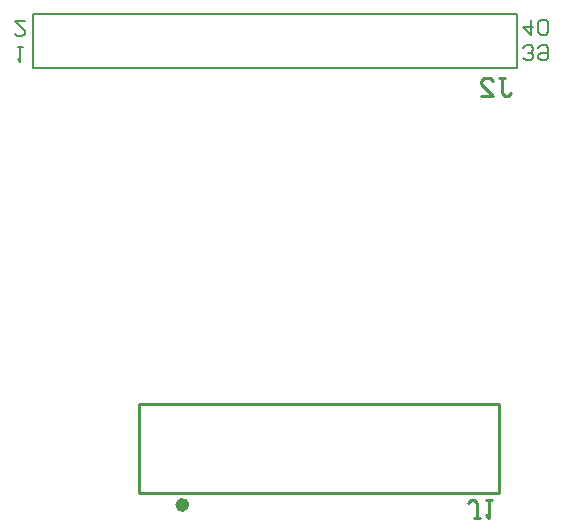
<source format=gbo>
G04 Layer_Color=32896*
%FSLAX24Y24*%
%MOIN*%
G70*
G01*
G75*
%ADD34C,0.0100*%
%ADD49C,0.0079*%
%ADD50C,0.0080*%
%ADD75C,0.0250*%
D34*
X28894Y14617D02*
Y17583D01*
X16894D02*
X28894D01*
X16894Y14617D02*
Y17583D01*
Y14617D02*
X28894D01*
X28900Y28450D02*
X29100D01*
X29000D01*
Y27950D01*
X29100Y27850D01*
X29200D01*
X29300Y27950D01*
X28300Y27850D02*
X28700D01*
X28300Y28250D01*
Y28350D01*
X28400Y28450D01*
X28600D01*
X28700Y28350D01*
X28250Y13784D02*
X28050D01*
X28150D01*
Y14284D01*
X28050Y14384D01*
X27950D01*
X27850Y14284D01*
X28450Y14384D02*
X28650D01*
X28550D01*
Y13784D01*
X28450Y13884D01*
D49*
X29487Y28791D02*
Y30591D01*
X13348Y28791D02*
Y30591D01*
Y28791D02*
X29487D01*
X13348Y30591D02*
X29487D01*
D50*
X29687Y29125D02*
X29770Y29042D01*
X29937D01*
X30020Y29125D01*
Y29208D01*
X29937Y29291D01*
X29854D01*
X29937D01*
X30020Y29375D01*
Y29458D01*
X29937Y29541D01*
X29770D01*
X29687Y29458D01*
X30187D02*
X30270Y29541D01*
X30437D01*
X30520Y29458D01*
Y29125D01*
X30437Y29042D01*
X30270D01*
X30187Y29125D01*
Y29208D01*
X30270Y29291D01*
X30520D01*
X29937Y30391D02*
Y29892D01*
X29687Y30141D01*
X30020D01*
X30187Y29975D02*
X30270Y29892D01*
X30437D01*
X30520Y29975D01*
Y30308D01*
X30437Y30391D01*
X30270D01*
X30187Y30308D01*
Y29975D01*
X13070Y30341D02*
X12737D01*
X13070Y30008D01*
Y29925D01*
X12987Y29841D01*
X12820D01*
X12737Y29925D01*
X12837Y29491D02*
X13004D01*
X12920D01*
Y28991D01*
X12837Y29075D01*
D75*
X18427Y14217D02*
G03*
X18427Y14217I-100J0D01*
G01*
M02*

</source>
